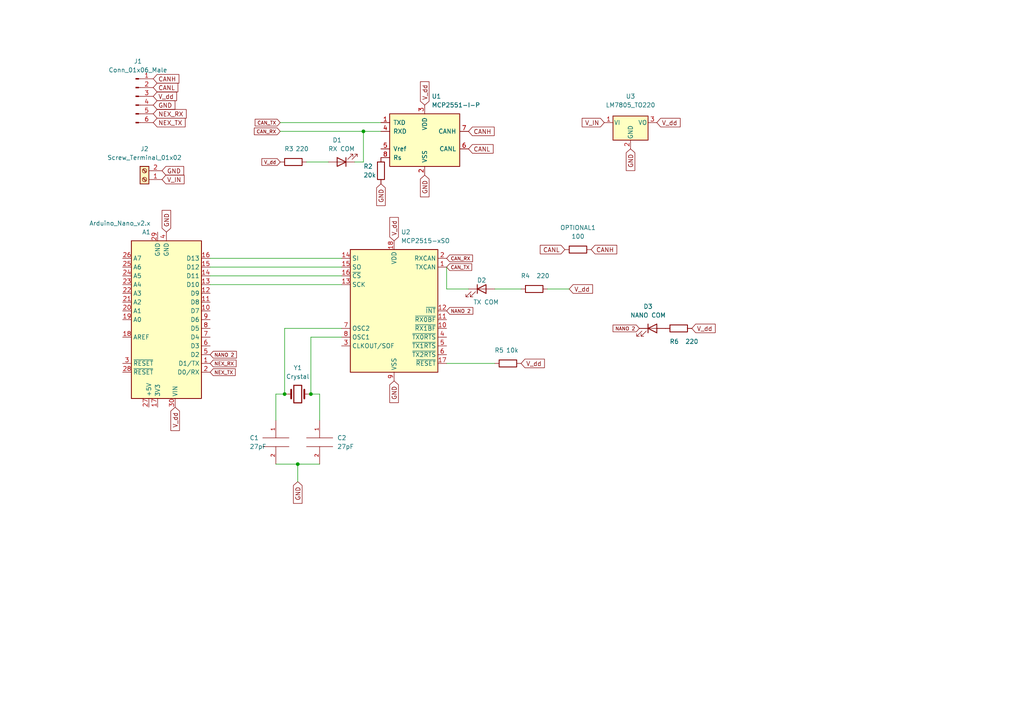
<source format=kicad_sch>
(kicad_sch (version 20211123) (generator eeschema)
  (paper "A4")
  (lib_symbols
    (symbol "Connector:Conn_01x06_Male" (pin_names (offset 1.016) hide)
      (property "Reference" "J" (at 0 7.62 0))
      (property "Value" "Conn_01x06_Male" (at 0 -10.16 0))
      (symbol "Conn_01x06_Male_1_1"
        (polyline (pts (xy 1.27 -7.62) (xy 0.8636 -7.62)) (stroke (width 0.1524)))
        (polyline (pts (xy 1.27 -5.08) (xy 0.8636 -5.08)) (stroke (width 0.1524)))
        (polyline (pts (xy 1.27 -2.54) (xy 0.8636 -2.54)) (stroke (width 0.1524)))
        (polyline (pts (xy 1.27 0) (xy 0.8636 0)) (stroke (width 0.1524)))
        (polyline (pts (xy 1.27 2.54) (xy 0.8636 2.54)) (stroke (width 0.1524)))
        (polyline (pts (xy 1.27 5.08) (xy 0.8636 5.08)) (stroke (width 0.1524)))
        (rectangle (start 0.8636 -7.493) (end 0 -7.747) (stroke (width 0.1524)) (fill (type outline)))
        (rectangle (start 0.8636 -4.953) (end 0 -5.207) (stroke (width 0.1524)) (fill (type outline)))
        (rectangle (start 0.8636 -2.413) (end 0 -2.667) (stroke (width 0.1524)) (fill (type outline)))
        (rectangle (start 0.8636 0.127) (end 0 -0.127) (stroke (width 0.1524)) (fill (type outline)))
        (rectangle (start 0.8636 2.667) (end 0 2.413) (stroke (width 0.1524)) (fill (type outline)))
        (rectangle (start 0.8636 5.207) (end 0 4.953) (stroke (width 0.1524)) (fill (type outline)))
        (pin passive line (at 5.08 5.08 180) (length 3.81) (name "Pin_1") (number "1"))
        (pin passive line (at 5.08 2.54 180) (length 3.81) (name "Pin_2") (number "2"))
        (pin passive line (at 5.08 0 180) (length 3.81) (name "Pin_3") (number "3"))
        (pin passive line (at 5.08 -2.54 180) (length 3.81) (name "Pin_4") (number "4"))
        (pin passive line (at 5.08 -5.08 180) (length 3.81) (name "Pin_5") (number "5"))
        (pin passive line (at 5.08 -7.62 180) (length 3.81) (name "Pin_6") (number "6"))
      )
    )
    (symbol "Connector:Screw_Terminal_01x02" (pin_names (offset 1.016) hide)
      (property "Reference" "J" (at 0 2.54 0))
      (property "Value" "Screw_Terminal_01x02" (at 0 -5.08 0))
      (symbol "Screw_Terminal_01x02_1_1"
        (rectangle (start -1.27 1.27) (end 1.27 -3.81) (stroke (width 0.254)) (fill (type background)))
        (circle (center 0 -2.54) (radius 0.635) (stroke (width 0.1524)))
        (polyline (pts (xy -0.5334 -2.2098) (xy 0.3302 -3.048)) (stroke (width 0.1524)))
        (polyline (pts (xy -0.5334 0.3302) (xy 0.3302 -0.508)) (stroke (width 0.1524)))
        (polyline (pts (xy -0.3556 -2.032) (xy 0.508 -2.8702)) (stroke (width 0.1524)))
        (polyline (pts (xy -0.3556 0.508) (xy 0.508 -0.3302)) (stroke (width 0.1524)))
        (circle (center 0 0) (radius 0.635) (stroke (width 0.1524)))
        (pin passive line (at -5.08 0 0) (length 3.81) (name "Pin_1") (number "1"))
        (pin passive line (at -5.08 -2.54 0) (length 3.81) (name "Pin_2") (number "2"))
      )
    )
    (symbol "Device:Crystal" (pin_numbers hide) (pin_names (offset 1.016) hide)
      (property "Reference" "Y" (at 0 3.81 0))
      (property "Value" "Crystal" (at 0 -3.81 0))
      (symbol "Crystal_0_1"
        (rectangle (start -1.143 2.54) (end 1.143 -2.54) (stroke (width 0.3048)))
        (polyline (pts (xy -2.54 0) (xy -1.905 0)))
        (polyline (pts (xy -1.905 -1.27) (xy -1.905 1.27)) (stroke (width 0.508)))
        (polyline (pts (xy 1.905 -1.27) (xy 1.905 1.27)) (stroke (width 0.508)))
        (polyline (pts (xy 2.54 0) (xy 1.905 0)))
      )
      (symbol "Crystal_1_1"
        (pin passive line (at -3.81 0 0) (length 1.27) (name "1") (number "1"))
        (pin passive line (at 3.81 0 180) (length 1.27) (name "2") (number "2"))
      )
    )
    (symbol "Device:LED" (pin_numbers hide) (pin_names (offset 1.016) hide)
      (property "Reference" "D" (at 0 2.54 0))
      (property "Value" "LED" (at 0 -2.54 0))
      (symbol "LED_0_1"
        (polyline (pts (xy -1.27 -1.27) (xy -1.27 1.27)) (stroke (width 0.254)))
        (polyline (pts (xy -1.27 0) (xy 1.27 0)))
        (polyline (pts (xy 1.27 -1.27) (xy 1.27 1.27) (xy -1.27 0) (xy 1.27 -1.27)) (stroke (width 0.254)))
        (polyline (pts (xy -3.048 -0.762) (xy -4.572 -2.286) (xy -3.81 -2.286) (xy -4.572 -2.286) (xy -4.572 -1.524)))
        (polyline (pts (xy -1.778 -0.762) (xy -3.302 -2.286) (xy -2.54 -2.286) (xy -3.302 -2.286) (xy -3.302 -1.524)))
      )
      (symbol "LED_1_1"
        (pin passive line (at -3.81 0 0) (length 2.54) (name "K") (number "1"))
        (pin passive line (at 3.81 0 180) (length 2.54) (name "A") (number "2"))
      )
    )
    (symbol "Device:R" (pin_numbers hide) (pin_names (offset 0))
      (property "Reference" "R" (at 2.032 0 90))
      (property "Value" "R" (at 0 0 90))
      (symbol "R_0_1"
        (rectangle (start -1.016 -2.54) (end 1.016 2.54) (stroke (width 0.254)))
      )
      (symbol "R_1_1"
        (pin passive line (at 0 3.81 270) (length 1.27) (name "~") (number "1"))
        (pin passive line (at 0 -3.81 90) (length 1.27) (name "~") (number "2"))
      )
    )
    (symbol "Interface_CAN_LIN:MCP2515-xSO"
      (property "Reference" "U" (at -10.16 19.685 0))
      (property "Value" "MCP2515-xSO" (at 19.05 20.32 0))
      (symbol "MCP2515-xSO_0_1"
        (rectangle (start -12.7 17.78) (end 12.7 -17.78) (stroke (width 0.254)) (fill (type background)))
      )
      (symbol "MCP2515-xSO_1_1"
        (pin output line (at 15.24 12.7 180) (length 2.54) (name "TXCAN") (number "1"))
        (pin output line (at 15.24 -5.08 180) (length 2.54) (name "~{RX1BF}") (number "10"))
        (pin output line (at 15.24 -2.54 180) (length 2.54) (name "~{RX0BF}") (number "11"))
        (pin output line (at 15.24 0 180) (length 2.54) (name "~{INT}") (number "12"))
        (pin input line (at -15.24 7.62 0) (length 2.54) (name "SCK") (number "13"))
        (pin input line (at -15.24 15.24 0) (length 2.54) (name "SI") (number "14"))
        (pin output line (at -15.24 12.7 0) (length 2.54) (name "SO") (number "15"))
        (pin input line (at -15.24 10.16 0) (length 2.54) (name "~{CS}") (number "16"))
        (pin input line (at 15.24 -15.24 180) (length 2.54) (name "~{RESET}") (number "17"))
        (pin power_in line (at 0 20.32 270) (length 2.54) (name "VDD") (number "18"))
        (pin input line (at 15.24 15.24 180) (length 2.54) (name "RXCAN") (number "2"))
        (pin output line (at -15.24 -10.16 0) (length 2.54) (name "CLKOUT/SOF") (number "3"))
        (pin input line (at 15.24 -7.62 180) (length 2.54) (name "~{TX0RTS}") (number "4"))
        (pin input line (at 15.24 -10.16 180) (length 2.54) (name "~{TX1RTS}") (number "5"))
        (pin input line (at 15.24 -12.7 180) (length 2.54) (name "~{TX2RTS}") (number "6"))
        (pin output line (at -15.24 -5.08 0) (length 2.54) (name "OSC2") (number "7"))
        (pin input line (at -15.24 -7.62 0) (length 2.54) (name "OSC1") (number "8"))
        (pin power_in line (at 0 -20.32 90) (length 2.54) (name "VSS") (number "9"))
      )
    )
    (symbol "Interface_CAN_LIN:MCP2551-I-P" (pin_names (offset 1.016))
      (property "Reference" "U" (at -10.16 8.89 0))
      (property "Value" "MCP2551-I-P" (at 2.54 8.89 0))
      (symbol "MCP2551-I-P_0_1"
        (rectangle (start -10.16 7.62) (end 10.16 -7.62) (stroke (width 0.254)) (fill (type background)))
      )
      (symbol "MCP2551-I-P_1_1"
        (pin input line (at -12.7 5.08 0) (length 2.54) (name "TXD") (number "1"))
        (pin power_in line (at 0 -10.16 90) (length 2.54) (name "VSS") (number "2"))
        (pin power_in line (at 0 10.16 270) (length 2.54) (name "VDD") (number "3"))
        (pin output line (at -12.7 2.54 0) (length 2.54) (name "RXD") (number "4"))
        (pin power_out line (at -12.7 -2.54 0) (length 2.54) (name "Vref") (number "5"))
        (pin bidirectional line (at 12.7 -2.54 180) (length 2.54) (name "CANL") (number "6"))
        (pin bidirectional line (at 12.7 2.54 180) (length 2.54) (name "CANH") (number "7"))
        (pin input line (at -12.7 -5.08 0) (length 2.54) (name "Rs") (number "8"))
      )
    )
    (symbol "MCU_Module:Arduino_Nano_v2.x"
      (property "Reference" "A" (at -10.16 23.495 0))
      (property "Value" "Arduino_Nano_v2.x" (at 5.08 -24.13 0))
      (symbol "Arduino_Nano_v2.x_0_1"
        (rectangle (start -10.16 22.86) (end 10.16 -22.86) (stroke (width 0.254)) (fill (type background)))
      )
      (symbol "Arduino_Nano_v2.x_1_1"
        (pin bidirectional line (at -12.7 12.7 0) (length 2.54) (name "D1/TX") (number "1"))
        (pin bidirectional line (at -12.7 -2.54 0) (length 2.54) (name "D7") (number "10"))
        (pin bidirectional line (at -12.7 -5.08 0) (length 2.54) (name "D8") (number "11"))
        (pin bidirectional line (at -12.7 -7.62 0) (length 2.54) (name "D9") (number "12"))
        (pin bidirectional line (at -12.7 -10.16 0) (length 2.54) (name "D10") (number "13"))
        (pin bidirectional line (at -12.7 -12.7 0) (length 2.54) (name "D11") (number "14"))
        (pin bidirectional line (at -12.7 -15.24 0) (length 2.54) (name "D12") (number "15"))
        (pin bidirectional line (at -12.7 -17.78 0) (length 2.54) (name "D13") (number "16"))
        (pin power_out line (at 2.54 25.4 270) (length 2.54) (name "3V3") (number "17"))
        (pin input line (at 12.7 5.08 180) (length 2.54) (name "AREF") (number "18"))
        (pin bidirectional line (at 12.7 0 180) (length 2.54) (name "A0") (number "19"))
        (pin bidirectional line (at -12.7 15.24 0) (length 2.54) (name "D0/RX") (number "2"))
        (pin bidirectional line (at 12.7 -2.54 180) (length 2.54) (name "A1") (number "20"))
        (pin bidirectional line (at 12.7 -5.08 180) (length 2.54) (name "A2") (number "21"))
        (pin bidirectional line (at 12.7 -7.62 180) (length 2.54) (name "A3") (number "22"))
        (pin bidirectional line (at 12.7 -10.16 180) (length 2.54) (name "A4") (number "23"))
        (pin bidirectional line (at 12.7 -12.7 180) (length 2.54) (name "A5") (number "24"))
        (pin bidirectional line (at 12.7 -15.24 180) (length 2.54) (name "A6") (number "25"))
        (pin bidirectional line (at 12.7 -17.78 180) (length 2.54) (name "A7") (number "26"))
        (pin power_out line (at 5.08 25.4 270) (length 2.54) (name "+5V") (number "27"))
        (pin input line (at 12.7 15.24 180) (length 2.54) (name "~{RESET}") (number "28"))
        (pin power_in line (at 2.54 -25.4 90) (length 2.54) (name "GND") (number "29"))
        (pin input line (at 12.7 12.7 180) (length 2.54) (name "~{RESET}") (number "3"))
        (pin power_in line (at -2.54 25.4 270) (length 2.54) (name "VIN") (number "30"))
        (pin power_in line (at 0 -25.4 90) (length 2.54) (name "GND") (number "4"))
        (pin bidirectional line (at -12.7 10.16 0) (length 2.54) (name "D2") (number "5"))
        (pin bidirectional line (at -12.7 7.62 0) (length 2.54) (name "D3") (number "6"))
        (pin bidirectional line (at -12.7 5.08 0) (length 2.54) (name "D4") (number "7"))
        (pin bidirectional line (at -12.7 2.54 0) (length 2.54) (name "D5") (number "8"))
        (pin bidirectional line (at -12.7 0 0) (length 2.54) (name "D6") (number "9"))
      )
    )
    (symbol "Regulator_Linear:LM7805_TO220" (pin_names (offset 0.254))
      (property "Reference" "U" (at -3.81 3.175 0))
      (property "Value" "LM7805_TO220" (at 0 3.175 0))
      (symbol "LM7805_TO220_0_1"
        (rectangle (start -5.08 1.905) (end 5.08 -5.08) (stroke (width 0.254)) (fill (type background)))
      )
      (symbol "LM7805_TO220_1_1"
        (pin power_in line (at -7.62 0 0) (length 2.54) (name "VI") (number "1"))
        (pin power_in line (at 0 -7.62 90) (length 2.54) (name "GND") (number "2"))
        (pin power_out line (at 7.62 0 180) (length 2.54) (name "VO") (number "3"))
      )
    )
    (symbol "pspice:CAP" (pin_names (offset 0.254))
      (property "Reference" "C" (at 2.54 3.81 90))
      (property "Value" "CAP" (at 2.54 -3.81 90))
      (symbol "CAP_0_1"
        (polyline (pts (xy -3.81 -1.27) (xy 3.81 -1.27)))
        (polyline (pts (xy -3.81 1.27) (xy 3.81 1.27)))
      )
      (symbol "CAP_1_1"
        (pin passive line (at 0 6.35 270) (length 5.08) (name "~") (number "1"))
        (pin passive line (at 0 -6.35 90) (length 5.08) (name "~") (number "2"))
      )
    )
  )
  (junction (at 82.55 114.3))
  (junction (at 105.41 38.1))
  (junction (at 86.36 134.62))
  (junction (at 90.17 114.3))
  (wire (pts (xy 129.54 83.82) (xy 129.54 77.47)))
  (wire (pts (xy 99.06 95.25) (xy 82.55 95.25)))
  (wire (pts (xy 80.01 114.3) (xy 82.55 114.3)))
  (wire (pts (xy 105.41 38.1) (xy 105.41 46.99)))
  (wire (pts (xy 88.9 46.99) (xy 95.25 46.99)))
  (wire (pts (xy 90.17 114.3) (xy 92.71 114.3)))
  (wire (pts (xy 60.96 74.93) (xy 99.06 74.93)))
  (wire (pts (xy 80.01 121.92) (xy 80.01 114.3)))
  (wire (pts (xy 90.17 97.79) (xy 90.17 114.3)))
  (wire (pts (xy 105.41 38.1) (xy 110.49 38.1)))
  (wire (pts (xy 81.28 38.1) (xy 105.41 38.1)))
  (wire (pts (xy 82.55 95.25) (xy 82.55 114.3)))
  (wire (pts (xy 60.96 80.01) (xy 99.06 80.01)))
  (wire (pts (xy 158.75 83.82) (xy 165.1 83.82)))
  (wire (pts (xy 92.71 114.3) (xy 92.71 121.92)))
  (wire (pts (xy 102.87 46.99) (xy 105.41 46.99)))
  (wire (pts (xy 129.54 105.41) (xy 143.51 105.41)))
  (wire (pts (xy 135.89 83.82) (xy 129.54 83.82)))
  (wire (pts (xy 86.36 134.62) (xy 86.36 139.7)))
  (wire (pts (xy 86.36 134.62) (xy 92.71 134.62)))
  (wire (pts (xy 60.96 82.55) (xy 99.06 82.55)))
  (wire (pts (xy 80.01 134.62) (xy 86.36 134.62)))
  (wire (pts (xy 81.28 35.56) (xy 110.49 35.56)))
  (wire (pts (xy 99.06 97.79) (xy 90.17 97.79)))
  (wire (pts (xy 143.51 83.82) (xy 151.13 83.82)))
  (wire (pts (xy 60.96 77.47) (xy 99.06 77.47)))
  (global_label "V_dd" (shape input) (at 151.13 105.41 0) (property "Intersheet References" "${INTERSHEET_REFS}" (effects hide)))
  (global_label "V_dd" (shape input) (at 114.3 69.85 90) (property "Intersheet References" "${INTERSHEET_REFS}" (effects hide)))
  (global_label "CANL" (shape input) (at 135.89 43.18 0) (property "Intersheet References" "${INTERSHEET_REFS}" (effects hide)))
  (global_label "NANO 2" (shape input) (at 60.96 102.87 0) (effects (font (size 1 1))) (property "Intersheet References" "${INTERSHEET_REFS}" (effects hide)))
  (global_label "V_dd" (shape input) (at 200.66 95.25 0) (property "Intersheet References" "${INTERSHEET_REFS}" (effects hide)))
  (global_label "V_dd" (shape input) (at 190.5 35.56 0) (property "Intersheet References" "${INTERSHEET_REFS}" (effects hide)))
  (global_label "GND" (shape input) (at 114.3 110.49 270) (property "Intersheet References" "${INTERSHEET_REFS}" (effects hide)))
  (global_label "GND" (shape input) (at 110.49 53.34 270) (property "Intersheet References" "${INTERSHEET_REFS}" (effects hide)))
  (global_label "GND" (shape input) (at 44.45 30.48 0) (property "Intersheet References" "${INTERSHEET_REFS}" (effects hide)))
  (global_label "CAN_RX" (shape input) (at 129.54 74.93 0) (effects (font (size 1 1))) (property "Intersheet References" "${INTERSHEET_REFS}" (effects hide)))
  (global_label "CANH" (shape input) (at 171.45 72.39 0) (property "Intersheet References" "${INTERSHEET_REFS}" (effects hide)))
  (global_label "V_dd" (shape input) (at 44.45 27.94 0) (property "Intersheet References" "${INTERSHEET_REFS}" (effects hide)))
  (global_label "V_dd" (shape input) (at 50.8 118.11 270) (property "Intersheet References" "${INTERSHEET_REFS}" (effects hide)))
  (global_label "CAN_TX" (shape input) (at 81.28 35.56 180) (effects (font (size 1 1))) (property "Intersheet References" "${INTERSHEET_REFS}" (effects hide)))
  (global_label "NANO 2" (shape input) (at 129.54 90.17 0) (effects (font (size 1 1))) (property "Intersheet References" "${INTERSHEET_REFS}" (effects hide)))
  (global_label "CANL" (shape input) (at 163.83 72.39 180) (property "Intersheet References" "${INTERSHEET_REFS}" (effects hide)))
  (global_label "GND" (shape input) (at 182.88 43.18 270) (property "Intersheet References" "${INTERSHEET_REFS}" (effects hide)))
  (global_label "V_dd" (shape input) (at 123.19 30.48 90) (property "Intersheet References" "${INTERSHEET_REFS}" (effects hide)))
  (global_label "V_IN" (shape input) (at 46.99 52.07 0) (property "Intersheet References" "${INTERSHEET_REFS}" (effects hide)))
  (global_label "CAN_TX" (shape input) (at 129.54 77.47 0) (effects (font (size 1 1))) (property "Intersheet References" "${INTERSHEET_REFS}" (effects hide)))
  (global_label "NANO 2" (shape input) (at 185.42 95.25 180) (effects (font (size 1 1))) (property "Intersheet References" "${INTERSHEET_REFS}" (effects hide)))
  (global_label "CANH" (shape input) (at 44.45 22.86 0) (property "Intersheet References" "${INTERSHEET_REFS}" (effects hide)))
  (global_label "V_dd" (shape input) (at 81.28 46.99 180) (effects (font (size 1 1))) (property "Intersheet References" "${INTERSHEET_REFS}" (effects hide)))
  (global_label "GND" (shape input) (at 48.26 67.31 90) (property "Intersheet References" "${INTERSHEET_REFS}" (effects hide)))
  (global_label "GND" (shape input) (at 123.19 50.8 270) (property "Intersheet References" "${INTERSHEET_REFS}" (effects hide)))
  (global_label "V_IN" (shape input) (at 175.26 35.56 180) (property "Intersheet References" "${INTERSHEET_REFS}" (effects hide)))
  (global_label "CAN_RX" (shape input) (at 81.28 38.1 180) (effects (font (size 1 1))) (property "Intersheet References" "${INTERSHEET_REFS}" (effects hide)))
  (global_label "NEX_RX" (shape input) (at 60.96 105.41 0) (effects (font (size 1 1))) (property "Intersheet References" "${INTERSHEET_REFS}" (effects hide)))
  (global_label "CANH" (shape input) (at 135.89 38.1 0) (property "Intersheet References" "${INTERSHEET_REFS}" (effects hide)))
  (global_label "NEX_TX" (shape input) (at 60.96 107.95 0) (effects (font (size 1 1))) (property "Intersheet References" "${INTERSHEET_REFS}" (effects hide)))
  (global_label "GND" (shape input) (at 46.99 49.53 0) (property "Intersheet References" "${INTERSHEET_REFS}" (effects hide)))
  (global_label "GND" (shape input) (at 86.36 139.7 270) (property "Intersheet References" "${INTERSHEET_REFS}" (effects hide)))
  (global_label "NEX_TX" (shape input) (at 44.45 35.56 0) (property "Intersheet References" "${INTERSHEET_REFS}" (effects hide)))
  (global_label "CANL" (shape input) (at 44.45 25.4 0) (property "Intersheet References" "${INTERSHEET_REFS}" (effects hide)))
  (global_label "NEX_RX" (shape input) (at 44.45 33.02 0) (property "Intersheet References" "${INTERSHEET_REFS}" (effects hide)))
  (global_label "V_dd" (shape input) (at 165.1 83.82 0) (property "Intersheet References" "${INTERSHEET_REFS}" (effects hide)))
  (symbol (lib_id "Device:R") (at 196.85 95.25 90) (unit 1)
    (property "Reference" "R6" (at 195.58 99.06 90))
    (property "Value" "220" (at 200.66 99.06 90))
    (property "Footprint" "Resistor_THT:R_Axial_DIN0207_L6.3mm_D2.5mm_P7.62mm_Horizontal" (effects hide))
  )
  (symbol (lib_id "Device:R") (at 154.94 83.82 90) (unit 1)
    (property "Reference" "R4" (at 152.4 80.01 90))
    (property "Value" "220" (at 157.48 80.01 90))
    (property "Footprint" "Resistor_THT:R_Axial_DIN0207_L6.3mm_D2.5mm_P7.62mm_Horizontal" (effects hide))
  )
  (symbol (lib_id "Regulator_Linear:LM7805_TO220") (at 182.88 35.56 0) (unit 1)
    (property "Reference" "U3" (at 182.88 27.94 0))
    (property "Value" "LM7805_TO220" (at 182.88 30.48 0))
    (property "Footprint" "Package_TO_SOT_THT:TO-220-3_Vertical" (effects hide))
    (property "Datasheet" "https://www.onsemi.cn/PowerSolutions/document/MC7800-D.PDF" (effects hide))
  )
  (symbol (lib_id "Device:LED") (at 139.7 83.82 0) (unit 1)
    (property "Reference" "D2" (at 139.7 81.28 0))
    (property "Value" "TX COM" (at 140.97 87.63 0))
    (property "Footprint" "LED_THT:LED_D3.0mm" (effects hide))
  )
  (symbol (lib_id "Device:R") (at 85.09 46.99 90) (unit 1)
    (property "Reference" "R3" (at 83.82 43.18 90))
    (property "Value" "220" (at 87.63 43.18 90))
    (property "Footprint" "Resistor_THT:R_Axial_DIN0207_L6.3mm_D2.5mm_P7.62mm_Horizontal" (effects hide))
  )
  (symbol (lib_id "Interface_CAN_LIN:MCP2551-I-P") (at 123.19 40.64 0) (unit 1)
    (property "Reference" "U1" (at 125.2094 27.94 0) (effects (justify left)))
    (property "Value" "MCP2551-I-P" (at 125.2094 30.48 0) (effects (justify left)))
    (property "Footprint" "Package_DIP:DIP-8_W7.62mm" (effects hide))
    (property "Datasheet" "http://ww1.microchip.com/downloads/en/devicedoc/21667d.pdf" (effects hide))
  )
  (symbol (lib_id "Device:R") (at 147.32 105.41 90) (unit 1)
    (property "Reference" "R5" (at 144.78 101.6 90))
    (property "Value" "10k" (at 148.59 101.6 90))
    (property "Footprint" "Resistor_THT:R_Axial_DIN0204_L3.6mm_D1.6mm_P5.08mm_Horizontal" (effects hide))
  )
  (symbol (lib_id "MCU_Module:Arduino_Nano_v2.x") (at 48.26 92.71 180) (unit 1)
    (property "Reference" "A1" (at 43.7006 67.31 0) (effects (justify left)))
    (property "Value" "Arduino_Nano_v2.x" (at 43.7006 64.77 0) (effects (justify left)))
    (property "Footprint" "Module:Arduino_Nano" (effects hide))
    (property "Datasheet" "https://www.arduino.cc/en/uploads/Main/ArduinoNanoManual23.pdf" (effects hide))
  )
  (symbol (lib_id "Connector:Screw_Terminal_01x02") (at 41.91 52.07 180) (unit 1)
    (property "Reference" "J2" (at 41.91 43.18 0))
    (property "Value" "Screw_Terminal_01x02" (at 41.91 45.72 0))
    (property "Footprint" "TerminalBlock:TerminalBlock_bornier-3_P5.08mm" (effects hide))
  )
  (symbol (lib_id "pspice:CAP") (at 80.01 128.27 0) (unit 1)
    (property "Reference" "C1" (at 72.39 127 0) (effects (justify left)))
    (property "Value" "27pF" (at 72.39 129.54 0) (effects (justify left)))
    (property "Footprint" "Capacitor_THT:C_Disc_D4.7mm_W2.5mm_P5.00mm" (effects hide))
  )
  (symbol (lib_id "Device:Crystal") (at 86.36 114.3 0) (unit 1)
    (property "Reference" "Y1" (at 86.36 106.68 0))
    (property "Value" "Crystal" (at 86.36 109.22 0))
    (property "Footprint" "Osc:9B-16.000MAAJ-B" (effects hide))
  )
  (symbol (lib_id "pspice:CAP") (at 92.71 128.27 0) (unit 1)
    (property "Reference" "C2" (at 97.79 126.9999 0) (effects (justify left)))
    (property "Value" "27pF" (at 97.79 129.5399 0) (effects (justify left)))
    (property "Footprint" "Capacitor_THT:C_Disc_D4.7mm_W2.5mm_P5.00mm" (effects hide))
  )
  (symbol (lib_id "Device:LED") (at 189.23 95.25 0) (unit 1)
    (property "Reference" "D3" (at 187.96 88.9 0))
    (property "Value" "NANO COM" (at 187.96 91.44 0))
    (property "Footprint" "LED_THT:LED_D3.0mm" (effects hide))
  )
  (symbol (lib_id "Device:R") (at 167.64 72.39 90) (unit 1)
    (property "Reference" "OPTIONAL1" (at 167.64 66.04 90))
    (property "Value" "100" (at 167.64 68.58 90))
    (property "Footprint" "Resistor_THT:R_Axial_DIN0207_L6.3mm_D2.5mm_P7.62mm_Horizontal" (effects hide))
  )
  (symbol (lib_id "Connector:Conn_01x06_Male") (at 39.37 27.94 0) (unit 1)
    (property "Reference" "J1" (at 40.005 17.78 0))
    (property "Value" "Conn_01x06_Male" (at 40.005 20.32 0))
    (property "Footprint" "Connector_JST:JST_XA_B06B-XASK-1_1x06_P2.50mm_Vertical" (effects hide))
  )
  (symbol (lib_id "Interface_CAN_LIN:MCP2515-xSO") (at 114.3 90.17 0) (unit 1)
    (property "Reference" "U2" (at 116.3194 67.31 0) (effects (justify left)))
    (property "Value" "MCP2515-xSO" (at 116.3194 69.85 0) (effects (justify left)))
    (property "Footprint" "Package_DIP:DIP-18_W7.62mm" (effects hide))
    (property "Datasheet" "http://ww1.microchip.com/downloads/en/DeviceDoc/21801e.pdf" (effects hide))
  )
  (symbol (lib_id "Device:R") (at 110.49 49.53 0) (unit 1)
    (property "Reference" "R2" (at 105.41 48.26 0) (effects (justify left)))
    (property "Value" "20k" (at 105.41 50.8 0) (effects (justify left)))
    (property "Footprint" "Resistor_THT:R_Axial_DIN0204_L3.6mm_D1.6mm_P5.08mm_Horizontal" (effects hide))
  )
  (symbol (lib_id "Device:LED") (at 99.06 46.99 180) (unit 1)
    (property "Reference" "D1" (at 97.79 40.64 0))
    (property "Value" "RX COM" (at 99.06 43.18 0))
    (property "Footprint" "LED_THT:LED_D3.0mm" (effects hide))
  )
)
</source>
